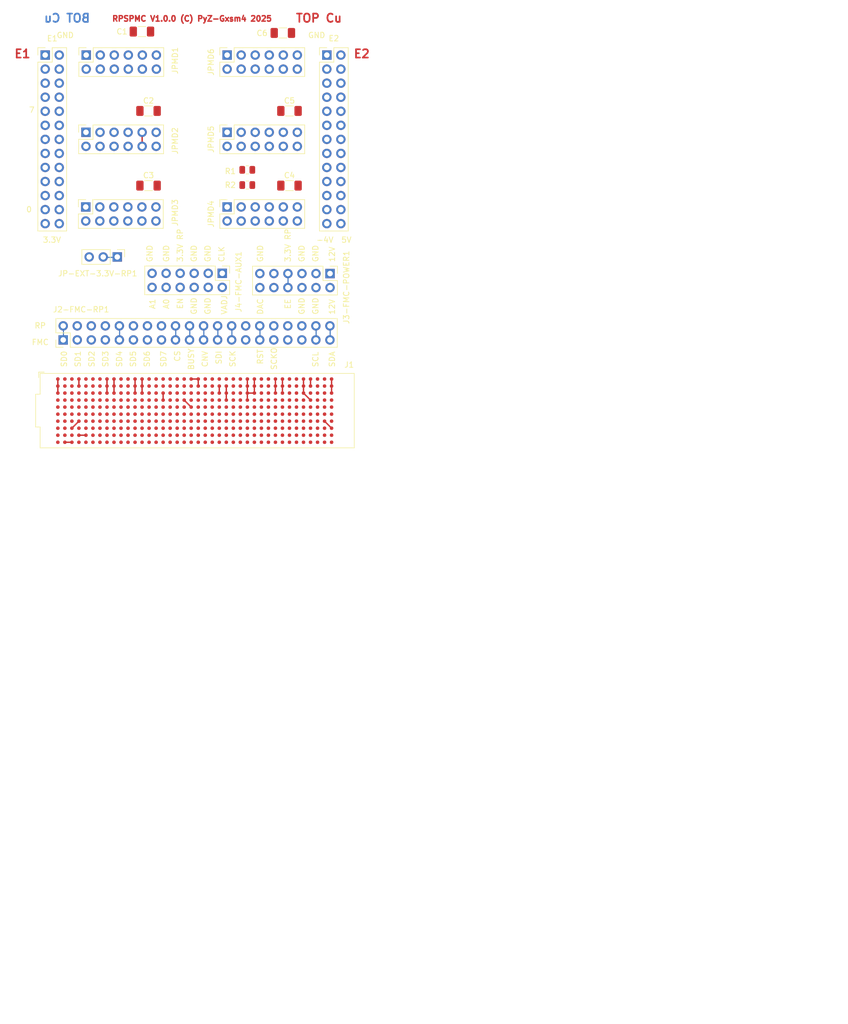
<source format=kicad_pcb>
(kicad_pcb (version 20240108) (generator "pcbnew") (generator_version "8.0")
  (layers (0 "F.Cu" signal) (1 "In1.Cu" signal) (2 "In2.Cu" signal) (31 "B.Cu" signal) (34 "B.Paste" user) (35 "F.Paste" user) (36 "B.SilkS" user "B.Silkscreen") (37 "F.SilkS" user "F.Silkscreen") (38 "B.Mask" user) (39 "F.Mask" user) (44 "Edge.Cuts" user))
  (net 0 "")
  (net 5 "SCLK PMOD")
  (net 6 "SCK FMC")
  (net 7 "SYNC PMOD")
  (net 9 "CS FMC")
  (net 10 "SDI5 PMOD")
  (net 21 "SDI FMC")
  (net 23 "SDI4 PMOD")
  (net 24 "CNV FMC")
  (net 26 "SDI3 PMOD")
  (net 27 "SDI2 PMOD")
  (net 28 "SDI1 PMOD")
  (net 29 "SDO4 FMC")
  (net 30 "SDI0 PMOD")
  (net 31 "SDO0 FMC")
  (net 64 "GND")
  (net 65 "BUSY FMC")
  (net 71 "+3.3V")
  (net 75 "EN")
  (net 80 "RESET FMC")
  (net 83 "SDO6 FMC")
  (net 84 "SDO7 FMC")
  (net 95 "SCK OUT FMC")
  (net 170 "SDO2 FMC")
  (net 171 "SDO3 FMC")
  (net 191 "CLK-ADC")
  (net 193 "SDO1 FMC")
  (net 194 "SDO5 FMC")
  (net 261 "SDO0 PMOD")
  (net 263 "SDO1 PMOD")
  (net 268 "SCL EE")
  (net 269 "SDA EE")
  (net 270 "A0 EE")
  (net 271 "+12V FMC")
  (net 272 "AUX 3.3V EE")
  (net 273 "A1 EE")
  (net 274 "VADJ")
  (net 280 "SDO2 PMOD")
  (net 287 "SDO3 PMOD")
  (net 291 "SDO4 PMOD")
  (net 294 "SDO5 PMOD")
  (net 297 "RP 3.3V")
  (net 298 "D5P RP")
  (net 299 "D6P RP")
  (net 300 "D1P RP")
  (net 301 "D4P RP")
  (net 302 "D0P RP")
  (net 303 "D7P RP")
  (net 304 "D3P RP")
  (net 305 "D2P RP")
  (net 306 "RP -4V")
  (net 307 "RP 5V")
  (net 313 "SPI CLK RP")
  (net 314 "UART RX RP")
  (net 315 "SPI CS RP")
  (net 316 "MISO RP")
  (net 317 "UART TX RP")
  (net 318 "I2C SDA RP")
  (net 319 "I2C SCL RP")
  (net 320 "MOSI RP")
  (net 322 "EXT 3.3V DAC")
  (footprint "Resistor_SMD:R_0805_2012Metric" (layer "F.Cu") (at 158.4825 107.335)
    (property "Reference" "R2")
    (property "Value" "1k")
  )
  (footprint "Connector_PinHeader_2.54mm:PinHeader_2x13_P2.54mm_Vertical" (layer "F.Cu") (at 172.875 83.835)
    (property "Reference" "E2")
    (property "Value" "Conn_02x13_Odd_Even" (hide yes))
  )
  (footprint "MountingHole:MountingHole_3.2mm_M3" (layer "F.Cu") (at 180.208 77.612)
    (property "Reference" "MH1" (hide yes))
    (property "Value" "MountingHole_3.2mm_M3" (hide yes))
  )
  (footprint "Connector_PinSocket_2.54mm:PinSocket_2x06_P2.54mm_Vertical" (layer "F.Cu") (at 154.835 97.795 90)
    (property "Reference" "JPMD5")
    (property "Value" "Conn_02x06" (hide yes))
  )
  (footprint "Capacitor_SMD:C_1206_3216Metric_Pad1.33x1.80mm_HandSolder" (layer "F.Cu") (at 166.115 93.935)
    (property "Reference" "C5")
    (property "Value" "C")
  )
  (footprint "Capacitor_SMD:C_1206_3216Metric_Pad1.33x1.80mm_HandSolder" (layer "F.Cu") (at 166.115 107.435)
    (property "Reference" "C4")
    (property "Value" "C")
  )
  (footprint "MountingHole:MountingHole_3.2mm_M3" (layer "F.Cu") (at 180.7414 150.1798)
    (property "Reference" "MH1" (hide yes))
    (property "Value" "MountingHole_3.2mm_M3" (hide yes))
  )
  (footprint "Connector_PinSocket_2.54mm:PinSocket_2x06_P2.54mm_Vertical" (layer "F.Cu") (at 129.255 111.295 90)
    (property "Reference" "JPMD3")
    (property "Value" "Conn_02x06" (hide yes))
  )
  (footprint "Capacitor_SMD:C_1206_3216Metric_Pad1.33x1.80mm_HandSolder" (layer "F.Cu") (at 139.415 79.585)
    (property "Reference" "C1")
    (property "Value" "C")
  )
  (footprint "Connector_PinSocket_2.54mm:PinSocket_2x06_P2.54mm_Vertical" (layer "F.Cu") (at 154.835 83.835 90)
    (property "Reference" "JPMD6")
    (property "Value" "Conn_02x06" (hide yes))
  )
  (footprint "Connector_PinHeader_2.54mm:PinHeader_2x06_P2.54mm_Vertical" (layer "F.Cu") (at 153.955 123.295 -90)
    (property "Reference" "J4-FMC-AUX1")
    (property "Value" "Conn_02x06_Odd_Even" (hide yes))
  )
  (footprint "Connector_PinHeader_2.54mm:PinHeader_1x03_P2.54mm_Vertical" (layer "F.Cu") (at 134.955 120.335 -90)
    (property "Reference" "JP-EXT-3.3V-RP1")
    (property "Value" "Jumper_3_Bridged12" (hide yes))
  )
  (footprint "Connector_PinSocket_2.54mm:PinSocket_2x06_P2.54mm_Vertical" (layer "F.Cu") (at 154.835 111.295 90)
    (property "Reference" "JPMD4")
    (property "Value" "Conn_02x06_Top_Bottom" (hide yes))
  )
  (footprint "Connector_PinHeader_2.54mm:PinHeader_2x06_P2.54mm_Vertical" (layer "F.Cu") (at 173.455 123.335 -90)
    (property "Reference" "J3-FMC-POWER1")
    (property "Value" "Conn_02x06_Odd_Even" (hide yes))
  )
  (footprint "MountingHole:MountingHole_3.2mm_M3" (layer "F.Cu") (at 117.2922 77.5358)
    (property "Reference" "MH1" (hide yes))
    (property "Value" "MountingHole_3.2mm_M3" (hide yes))
  )
  (footprint "Resistor_SMD:R_0805_2012Metric" (layer "F.Cu") (at 158.4825 104.585)
    (property "Reference" "R1")
    (property "Value" "1k")
  )
  (footprint "Connector_PinHeader_2.54mm:PinHeader_2x13_P2.54mm_Vertical" (layer "F.Cu") (at 121.915 83.835)
    (property "Reference" "E1")
    (property "Value" "Conn_02x13_Odd_Even" (hide yes))
  )
  (footprint "Capacitor_SMD:C_1206_3216Metric_Pad1.33x1.80mm_HandSolder" (layer "F.Cu") (at 140.615 107.435)
    (property "Reference" "C3")
    (property "Value" "C")
  )
  (footprint "MountingHole:MountingHole_3.2mm_M3" (layer "F.Cu") (at 117.3176 150.1798)
    (property "Reference" "MH1" (hide yes))
    (property "Value" "MountingHole_3.2mm_M3" (hide yes))
  )
  (footprint "Connector_Samtec:Samtec_FMC_ASP-134486-01_10x40_P1.27mm_Vertical" (layer "F.Cu") (at 148.97 148.12)
    (property "Reference" "J1")
    (property "Value" "Samtec_ASP-134486-01")
  )
  (footprint "Connector_PinSocket_2.54mm:PinSocket_2x06_P2.54mm_Vertical" (layer "F.Cu") (at 129.335 83.835 90)
    (property "Reference" "JPMD1")
    (property "Value" "Conn_02x06_Top_Bottom" (hide yes))
  )
  (footprint "Capacitor_SMD:C_1206_3216Metric_Pad1.33x1.80mm_HandSolder" (layer "F.Cu") (at 140.615 93.935)
    (property "Reference" "C2")
    (property "Value" "C")
  )
  (footprint "Connector_PinHeader_2.54mm:PinHeader_2x20_P2.54mm_Vertical" (layer "F.Cu") (at 125.175 135.335 90)
    (property "Reference" "J2-FMC-RP1")
    (property "Value" "Conn_02x20" (hide yes))
  )
  (footprint "Connector_PinSocket_2.54mm:PinSocket_2x06_P2.54mm_Vertical" (layer "F.Cu") (at 129.295 97.795 90)
    (property "Reference" "JPMD2")
    (property "Value" "Conn_02x06_Top_Bottom" (hide yes))
  )
  (footprint "MountingHole:MountingHole_3.2mm_M3" (layer "F.Cu") (at 148.4326 162.9814)
    (property "Reference" "MH1" (hide yes))
    (property "Value" "MountingHole_3.2mm_M3" (hide yes))
  )
  (footprint "MountingHole:MountingHole_3.2mm_M3" (layer "F.Cu") (at 148.915 90.835)
    (property "Reference" "MH3" (hide yes))
    (property "Value" "MountingHole_3.2mm_M3" (hide yes))
  )
  (footprint "Capacitor_SMD:C_1206_3216Metric_Pad1.33x1.80mm_HandSolder" (layer "F.Cu") (at 164.915 79.835)
    (property "Reference" "C6")
    (property "Value" "C")
  )
  (gr_line (start 160.777 133.365) (end 160.777 134.635) (stroke (width 0.2)) (layer "B.Cu"))
  (gr_line (start 148.077 133.365) (end 148.077 134.635) (stroke (width 0.2)) (layer "B.Cu"))
  (gr_line (start 165.857 123.967) (end 165.857 125.237) (stroke (width 0.2)) (layer "B.Cu"))
  (gr_line (start 173.477 133.365) (end 173.477 134.635) (stroke (width 0.2)) (layer "B.Cu"))
  (gr_line (start 150.617 133.365) (end 150.617 134.635) (stroke (width 0.2)) (layer "B.Cu"))
  (gr_line (start 125.217 133.365) (end 125.217 134.889) (stroke (width 0.2)) (layer "B.Cu"))
  (gr_line (start 135.377 133.365) (end 135.377 134.635) (stroke (width 0.2)) (layer "B.Cu"))
  (gr_line (start 170.937 133.365) (end 170.937 134.635) (stroke (width 0.2)) (layer "B.Cu"))
  (gr_line (start 145.537 133.365) (end 145.537 134.635) (stroke (width 0.2)) (layer "B.Cu"))
  (gr_line (start 155.697 133.619) (end 155.697 134.635) (stroke (width 0.2)) (layer "B.Cu"))
  (gr_line (start 153.157 133.365) (end 153.157 134.635) (stroke (width 0.2)) (layer "B.Cu"))
  (gr_line (start 133.091 120.411) (end 134.361 120.411) (stroke (width 0.2)) (layer "B.Cu"))
  (gr_text "E1" (at 117.8002 83.6064 0) (layer "F.Cu") (effects (font (size 1.5 1.5) (thickness 0.3))))
  (gr_text "E2" (at 179.192 83.6064 0) (layer "F.Cu") (effects (font (size 1.5 1.5) (thickness 0.3))))
  (gr_text "TOP Cu" (at 171.445 77.1548 0) (layer "F.Cu") (effects (font (size 1.5 1.5) (thickness 0.3))))
  (gr_text "RPSPMC V1.0.0 (C) PyZ-Gxsm4 2025" (at 133.915 77.835 0) (layer "F.Cu") (effects (font (size 1 1) (thickness 0.25) (bold yes)) (justify left bottom)))
  (gr_text "BOT Cu" (at 125.8774 77.1548 0) (layer "B.Cu") (effects (font (size 1.5 1.5) (thickness 0.3)) (justify mirror)))
  (gr_text "SCK" (at 156.415 140.335 90) (layer "F.SilkS") (effects (font (size 1 1)) (justify left bottom)))
  (gr_text "12V" (at 174.415 130.835 90) (layer "F.SilkS") (effects (font (size 1 1)) (justify left bottom)))
  (gr_text "GND" (at 151.915 130.835 90) (layer "F.SilkS") (effects (font (size 1 1)) (justify left bottom)))
  (gr_text "12V" (at 174.415 121.335 90) (layer "F.SilkS") (effects (font (size 1 1)) (justify left bottom)))
  (gr_text "GND" (at 141.415 121.335 90) (layer "F.SilkS") (effects (font (size 1 1)) (justify left bottom)))
  (gr_text "GND" (at 123.915 80.835 0) (layer "F.SilkS") (effects (font (size 1 1)) (justify left bottom)))
  (gr_text "FMC" (at 119.415 136.335 0) (layer "F.SilkS") (effects (font (size 1 1)) (justify left bottom)))
  (gr_text "CS" (at 146.415 139.335 90) (layer "F.SilkS") (effects (font (size 1 1)) (justify left bottom)))
  (gr_text "SDA" (at 174.415 140.335 90) (layer "F.SilkS") (effects (font (size 1 1)) (justify left bottom)))
  (gr_text "SCL" (at 171.415 140.335 90) (layer "F.SilkS") (effects (font (size 1 1)) (justify left bottom)))
  (gr_text "SDI" (at 153.915 139.835 90) (layer "F.SilkS") (effects (font (size 1 1)) (justify left bottom)))
  (gr_text "GND" (at 168.915 130.835 90) (layer "F.SilkS") (effects (font (size 1 1)) (justify left bottom)))
  (gr_text "DAC" (at 161.415 130.835 90) (layer "F.SilkS") (effects (font (size 1 1)) (justify left bottom)))
  (gr_text "RST" (at 161.415 139.835 90) (layer "F.SilkS") (effects (font (size 1 1)) (justify left bottom)))
  (gr_text "SD3" (at 133.415 140.335 90) (layer "F.SilkS") (effects (font (size 1 1)) (justify left bottom)))
  (gr_text "7" (at 118.915 94.335 0) (layer "F.SilkS") (effects (font (size 1 1)) (justify left bottom)))
  (gr_text "SD7" (at 143.915 140.335 90) (layer "F.SilkS") (effects (font (size 1 1)) (justify left bottom)))
  (gr_text "GND" (at 171.415 121.335 90) (layer "F.SilkS") (effects (font (size 1 1)) (justify left bottom)))
  (gr_text "GND" (at 151.915 121.335 90) (layer "F.SilkS") (effects (font (size 1 1)) (justify left bottom)))
  (gr_text "CLK" (at 154.415 121.335 90) (layer "F.SilkS") (effects (font (size 1 1)) (justify left bottom)))
  (gr_text "SD4" (at 135.915 140.335 90) (layer "F.SilkS") (effects (font (size 1 1)) (justify left bottom)))
  (gr_text "GND" (at 161.415 121.335 90) (layer "F.SilkS") (effects (font (size 1 1)) (justify left bottom)))
  (gr_text "RP" (at 119.915 133.335 0) (layer "F.SilkS") (effects (font (size 1 1)) (justify left bottom)))
  (gr_text "3.3V RP" (at 146.915 121.335 90) (layer "F.SilkS") (effects (font (size 1 1)) (justify left bottom)))
  (gr_text "A0" (at 144.415 129.835 90) (layer "F.SilkS") (effects (font (size 1 1)) (justify left bottom)))
  (gr_text "-4V" (at 170.915 117.835 0) (layer "F.SilkS") (effects (font (size 1 1)) (justify left bottom)))
  (gr_text "GND" (at 149.415 121.335 90) (layer "F.SilkS") (effects (font (size 1 1)) (justify left bottom)))
  (gr_text "A1" (at 141.915 129.835 90) (layer "F.SilkS") (effects (font (size 1 1)) (justify left bottom)))
  (gr_text "SD2" (at 130.915 140.335 90) (layer "F.SilkS") (effects (font (size 1 1)) (justify left bottom)))
  (gr_text "5V" (at 175.415 117.835 0) (layer "F.SilkS") (effects (font (size 1 1)) (justify left bottom)))
  (gr_text "SD6" (at 140.915 140.335 90) (layer "F.SilkS") (effects (font (size 1 1)) (justify left bottom)))
  (gr_text "GND" (at 171.415 130.835 90) (layer "F.SilkS") (effects (font (size 1 1)) (justify left bottom)))
  (gr_text "EN" (at 146.915 129.835 90) (layer "F.SilkS") (effects (font (size 1 1)) (justify left bottom)))
  (gr_text "3.3V RP" (at 166.415 121.335 90) (layer "F.SilkS") (effects (font (size 1 1)) (justify left bottom)))
  (gr_text "3.3V" (at 121.415 117.835 0) (layer "F.SilkS") (effects (font (size 1 1)) (justify left bottom)))
  (gr_text "GND" (at 168.915 121.335 90) (layer "F.SilkS") (effects (font (size 1 1)) (justify left bottom)))
  (gr_text "GND" (at 144.415 121.335 90) (layer "F.SilkS") (effects (font (size 1 1)) (justify left bottom)))
  (gr_text "GND" (at 149.415 130.835 90) (layer "F.SilkS") (effects (font (size 1 1)) (justify left bottom)))
  (gr_text "CNV" (at 151.415 140.335 90) (layer "F.SilkS") (effects (font (size 1 1)) (justify left bottom)))
  (gr_text "GND" (at 169.415 80.835 0) (layer "F.SilkS") (effects (font (size 1 1)) (justify left bottom)))
  (gr_text "SD0" (at 125.915 140.335 90) (layer "F.SilkS") (effects (font (size 1 1)) (justify left bottom)))
  (gr_text "SD5" (at 138.415 140.335 90) (layer "F.SilkS") (effects (font (size 1 1)) (justify left bottom)))
  (gr_text "SD1" (at 128.415 140.335 90) (layer "F.SilkS") (effects (font (size 1 1)) (justify left bottom)))
  (gr_text "0" (at 118.415 112.335 0) (layer "F.SilkS") (effects (font (size 1 1)) (justify left bottom)))
  (gr_text "VADJ" (at 154.915 130.835 90) (layer "F.SilkS") (effects (font (size 1 1)) (justify left bottom)))
  (gr_text "EE" (at 166.415 129.835 90) (layer "F.SilkS") (effects (font (size 1 1)) (justify left bottom)))
  (gr_text "BUSY" (at 148.915 140.835 90) (layer "F.SilkS") (effects (font (size 1 1)) (justify left bottom)))
  (gr_text "SCKO" (at 163.915 140.835 90) (layer "F.SilkS") (effects (font (size 1 1)) (justify left bottom)))
  (segment (start 149.61 142.405) (end 149.61 143.675) (width 0.25) (layer "F.Cu") (net 64))
  (segment (start 153.415 144.945) (end 153.415 143.675) (width 0.25) (layer "F.Cu") (net 64))
  (segment (start 126.745 153.835) (end 125.475 153.835) (width 0.25) (layer "F.Cu") (net 64))
  (segment (start 158.495 146.215) (end 158.495 144.945) (width 0.25) (layer "F.Cu") (net 64))
  (segment (start 158.495 144.945) (end 158.495 143.675) (width 0.25) (layer "F.Cu") (net 64))
  (segment (start 126.745 151.295) (end 128.015 150.025) (width 0.25) (layer "F.Cu") (net 64))
  (segment (start 164.845 143.675) (end 164.845 142.405) (width 0.25) (layer "F.Cu") (net 64))
  (segment (start 133.095 143.675) (end 133.095 142.405) (width 0.25) (layer "F.Cu") (net 64))
  (segment (start 148.33 142.405) (end 149.61 142.405) (width 0.25) (layer "F.Cu") (net 64))
  (segment (start 168.655 143.675) (end 168.655 144.945) (width 0.25) (layer "F.Cu") (net 64))
  (segment (start 138.175 142.405) (end 138.175 143.675) (width 0.25) (layer "F.Cu") (net 64))
  (segment (start 139.455 100.335) (end 139.455 97.795) (width 0.25) (layer "F.Cu") (net 64))
  (segment (start 173.735 144.945) (end 173.735 143.675) (width 0.25) (layer "F.Cu") (net 64))
  (segment (start 154.685 144.945) (end 154.685 143.675) (width 0.25) (layer "F.Cu") (net 64))
  (segment (start 159.765 144.945) (end 158.495 144.945) (width 0.25) (layer "F.Cu") (net 64))
  (segment (start 164.845 144.945) (end 164.845 143.675) (width 0.25) (layer "F.Cu") (net 64))
  (segment (start 143.255 146.215) (end 143.255 144.945) (width 0.25) (layer "F.Cu") (net 64))
  (segment (start 124.205 143.675) (end 124.205 142.405) (width 0.25) (layer "F.Cu") (net 64))
  (segment (start 134.365 144.945) (end 134.365 143.675) (width 0.25) (layer "F.Cu") (net 64))
  (segment (start 173.735 143.675) (end 173.735 142.405) (width 0.25) (layer "F.Cu") (net 64))
  (segment (start 159.765 144.945) (end 159.765 143.675) (width 0.25) (layer "F.Cu") (net 64))
  (segment (start 139.445 144.945) (end 139.445 143.675) (width 0.25) (layer "F.Cu") (net 64))
  (segment (start 133.095 144.945) (end 133.095 143.675) (width 0.25) (layer "F.Cu") (net 64))
  (segment (start 158.495 143.675) (end 158.495 142.405) (width 0.25) (layer "F.Cu") (net 64))
  (segment (start 124.205 144.945) (end 124.205 143.675) (width 0.25) (layer "F.Cu") (net 64))
  (segment (start 169.925 143.675) (end 169.925 142.405) (width 0.25) (layer "F.Cu") (net 64))
  (segment (start 129.285 152.565) (end 128.015 152.565) (width 0.25) (layer "F.Cu") (net 64))
  (segment (start 138.175 144.945) (end 138.175 143.675) (width 0.25) (layer "F.Cu") (net 64))
  (segment (start 168.655 142.405) (end 168.655 143.675) (width 0.25) (layer "F.Cu") (net 64))
  (segment (start 159.765 143.675) (end 159.765 142.405) (width 0.25) (layer "F.Cu") (net 64))
  (segment (start 134.365 143.675) (end 134.365 142.405) (width 0.25) (layer "F.Cu") (net 64))
  (segment (start 148.33 147.48) (end 147.065 146.215) (width 0.25) (layer "F.Cu") (net 64))
  (segment (start 163.575 143.675) (end 163.575 144.945) (width 0.25) (layer "F.Cu") (net 64))
  (segment (start 163.575 143.675) (end 163.575 142.405) (width 0.25) (layer "F.Cu") (net 64))
  (segment (start 139.445 143.675) (end 139.445 142.405) (width 0.25) (layer "F.Cu") (net 64))
  (segment (start 168.655 144.945) (end 169.925 146.215) (width 0.25) (layer "F.Cu") (net 64))
  (segment (start 128.015 143.675) (end 128.015 142.405) (width 0.25) (layer "F.Cu") (net 64))
  (segment (start 154.685 146.215) (end 154.685 144.945) (width 0.25) (layer "F.Cu") (net 64))
  (segment (start 173.735 151.295) (end 172.465 150.025) (width 0.25) (layer "F.Cu") (net 274))
)
</source>
